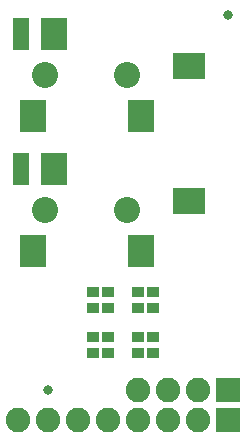
<source format=gbr>
G04 EAGLE Gerber RS-274X export*
G75*
%MOMM*%
%FSLAX34Y34*%
%LPD*%
%INSoldermask Top*%
%IPPOS*%
%AMOC8*
5,1,8,0,0,1.08239X$1,22.5*%
G01*
%ADD10R,1.103200X0.903200*%
%ADD11R,2.082800X2.082800*%
%ADD12C,2.082800*%
%ADD13R,2.203200X2.703200*%
%ADD14R,2.703200X2.203200*%
%ADD15R,1.403200X2.703200*%
%ADD16C,2.203200*%
%ADD17C,0.838200*%


D10*
X76200Y107800D03*
X76200Y120800D03*
D11*
X190500Y38100D03*
D12*
X165100Y38100D03*
X139700Y38100D03*
X114300Y38100D03*
D11*
X190500Y12700D03*
D12*
X165100Y12700D03*
X139700Y12700D03*
X114300Y12700D03*
X88900Y12700D03*
X63500Y12700D03*
X38100Y12700D03*
X12700Y12700D03*
D13*
X25000Y156000D03*
X117000Y156000D03*
X43000Y225000D03*
D14*
X157500Y198000D03*
D15*
X15000Y225000D03*
D16*
X35000Y190500D03*
X105000Y190500D03*
D13*
X25000Y270300D03*
X117000Y270300D03*
X43000Y339300D03*
D14*
X157500Y312300D03*
D15*
X15000Y339300D03*
D16*
X35000Y304800D03*
X105000Y304800D03*
D10*
X88900Y107800D03*
X88900Y120800D03*
X114300Y107800D03*
X114300Y120800D03*
X127000Y107800D03*
X127000Y120800D03*
X76200Y82700D03*
X76200Y69700D03*
X88900Y82700D03*
X88900Y69700D03*
X114300Y82700D03*
X114300Y69700D03*
X127000Y82700D03*
X127000Y69700D03*
D17*
X38100Y38100D03*
X190500Y355600D03*
M02*

</source>
